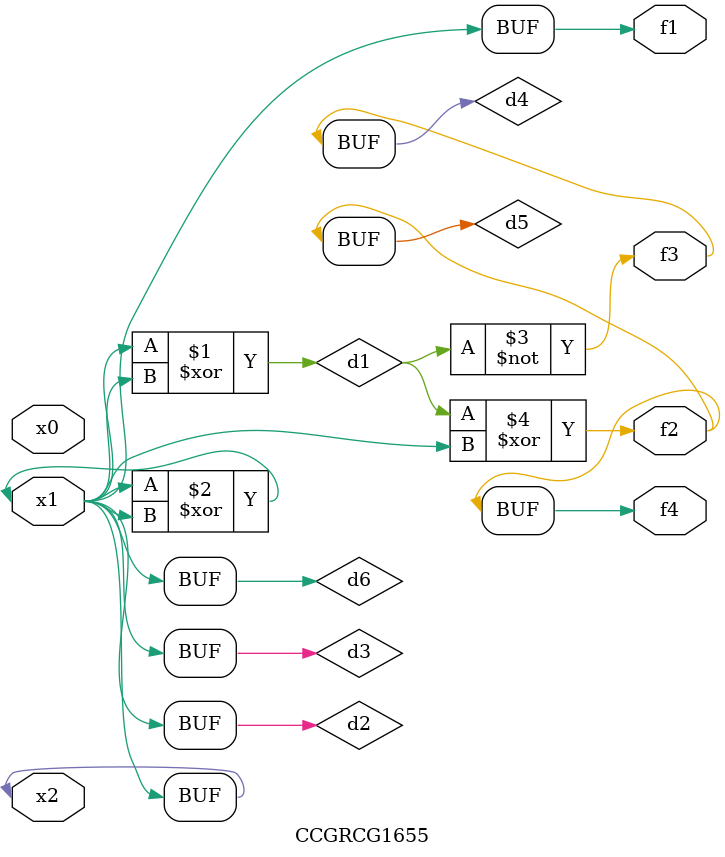
<source format=v>
module CCGRCG1655(
	input x0, x1, x2,
	output f1, f2, f3, f4
);

	wire d1, d2, d3, d4, d5, d6;

	xor (d1, x1, x2);
	buf (d2, x1, x2);
	xor (d3, x1, x2);
	nor (d4, d1);
	xor (d5, d1, d2);
	buf (d6, d2, d3);
	assign f1 = d6;
	assign f2 = d5;
	assign f3 = d4;
	assign f4 = d5;
endmodule

</source>
